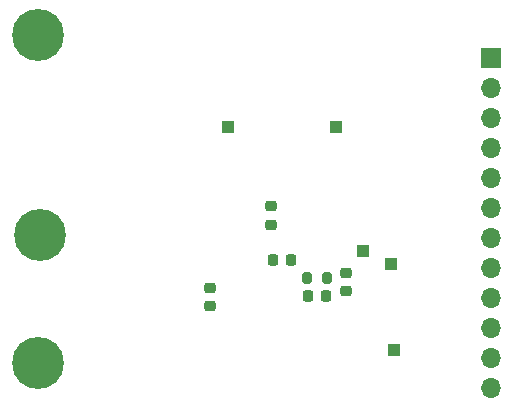
<source format=gbr>
%TF.GenerationSoftware,KiCad,Pcbnew,8.0.4*%
%TF.CreationDate,2024-08-13T22:52:30+08:00*%
%TF.ProjectId,MAX30001_MINI,4d415833-3030-4303-915f-4d494e492e6b,rev?*%
%TF.SameCoordinates,Original*%
%TF.FileFunction,Soldermask,Bot*%
%TF.FilePolarity,Negative*%
%FSLAX46Y46*%
G04 Gerber Fmt 4.6, Leading zero omitted, Abs format (unit mm)*
G04 Created by KiCad (PCBNEW 8.0.4) date 2024-08-13 22:52:30*
%MOMM*%
%LPD*%
G01*
G04 APERTURE LIST*
G04 Aperture macros list*
%AMRoundRect*
0 Rectangle with rounded corners*
0 $1 Rounding radius*
0 $2 $3 $4 $5 $6 $7 $8 $9 X,Y pos of 4 corners*
0 Add a 4 corners polygon primitive as box body*
4,1,4,$2,$3,$4,$5,$6,$7,$8,$9,$2,$3,0*
0 Add four circle primitives for the rounded corners*
1,1,$1+$1,$2,$3*
1,1,$1+$1,$4,$5*
1,1,$1+$1,$6,$7*
1,1,$1+$1,$8,$9*
0 Add four rect primitives between the rounded corners*
20,1,$1+$1,$2,$3,$4,$5,0*
20,1,$1+$1,$4,$5,$6,$7,0*
20,1,$1+$1,$6,$7,$8,$9,0*
20,1,$1+$1,$8,$9,$2,$3,0*%
G04 Aperture macros list end*
%ADD10R,1.000000X1.000000*%
%ADD11C,4.400000*%
%ADD12R,1.700000X1.700000*%
%ADD13O,1.700000X1.700000*%
%ADD14RoundRect,0.225000X0.250000X-0.225000X0.250000X0.225000X-0.250000X0.225000X-0.250000X-0.225000X0*%
%ADD15RoundRect,0.225000X-0.225000X-0.250000X0.225000X-0.250000X0.225000X0.250000X-0.225000X0.250000X0*%
%ADD16RoundRect,0.225000X-0.250000X0.225000X-0.250000X-0.225000X0.250000X-0.225000X0.250000X0.225000X0*%
%ADD17RoundRect,0.200000X-0.200000X-0.275000X0.200000X-0.275000X0.200000X0.275000X-0.200000X0.275000X0*%
%ADD18RoundRect,0.225000X0.225000X0.250000X-0.225000X0.250000X-0.225000X-0.250000X0.225000X-0.250000X0*%
G04 APERTURE END LIST*
D10*
%TO.C,TP3*%
X192582800Y-134416800D03*
%TD*%
D11*
%TO.C,J1*%
X162500000Y-135500000D03*
%TD*%
D10*
%TO.C,TP4*%
X192379600Y-127152400D03*
%TD*%
D12*
%TO.C,J4*%
X200787000Y-109728000D03*
D13*
X200787000Y-112268000D03*
X200787000Y-114808000D03*
X200787000Y-117348000D03*
X200787000Y-119888000D03*
X200787000Y-122428000D03*
X200787000Y-124968000D03*
X200787000Y-127508000D03*
X200787000Y-130048000D03*
X200787000Y-132588000D03*
X200787000Y-135128000D03*
X200787000Y-137668000D03*
%TD*%
D14*
%TO.C,C24*%
X177038000Y-129171400D03*
X177038000Y-130721400D03*
%TD*%
D15*
%TO.C,C10*%
X182359000Y-126847600D03*
X183909000Y-126847600D03*
%TD*%
D16*
%TO.C,C13*%
X188518800Y-127914400D03*
X188518800Y-129464400D03*
%TD*%
D11*
%TO.C,J2*%
X162661600Y-124714000D03*
%TD*%
D10*
%TO.C,TP1*%
X187706000Y-115570000D03*
%TD*%
D11*
%TO.C,J3*%
X162483519Y-107771919D03*
%TD*%
D10*
%TO.C,TP2*%
X190000000Y-126034800D03*
%TD*%
D14*
%TO.C,C12*%
X182219600Y-123812600D03*
X182219600Y-122262600D03*
%TD*%
D17*
%TO.C,R11*%
X185255400Y-128371600D03*
X186905400Y-128371600D03*
%TD*%
D18*
%TO.C,C11*%
X186842400Y-129895600D03*
X185292400Y-129895600D03*
%TD*%
D10*
%TO.C,TP5*%
X178562000Y-115570000D03*
%TD*%
M02*

</source>
